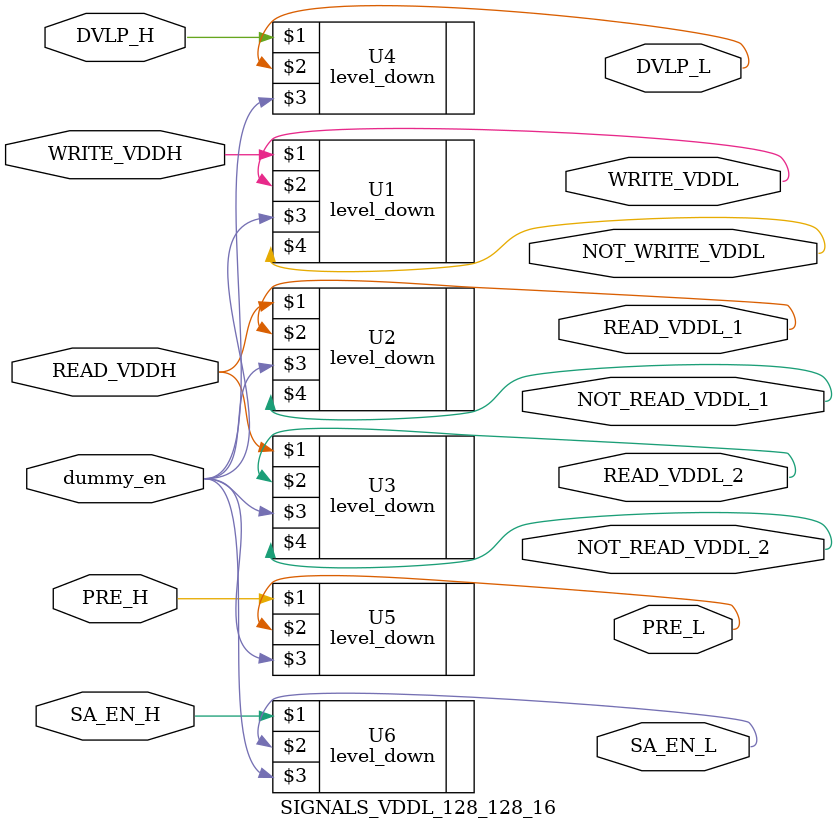
<source format=v>


`include "/ibe/users/da220/Cadence/WORK_TSMC180FORTE/DIGITAL/rtl/level_down/level_down.v"

// NAME MODIFIED //
module SIGNALS_VDDL_128_128_16(
// END MODIFY NAME //
WRITE_VDDH,
READ_VDDH,
DVLP_H,
PRE_H,
SA_EN_H,
dummy_en,
WRITE_VDDL,
NOT_WRITE_VDDL,
READ_VDDL_1,
NOT_READ_VDDL_1,
READ_VDDL_2,
NOT_READ_VDDL_2,
DVLP_L,
PRE_L,
SA_EN_L,
);

// Inputs
input	WRITE_VDDH;
input	READ_VDDH;
input	DVLP_H;
input	PRE_H;
input	SA_EN_H;
input	dummy_en;

// Outputs
output	WRITE_VDDL;
output	NOT_WRITE_VDDL;
output	READ_VDDL_1;
output	NOT_READ_VDDL_1;
output	READ_VDDL_2;
output	NOT_READ_VDDL_2;
output 	DVLP_L;
output	PRE_L;
output	SA_EN_L;

// Wires
wire	WRITE_VDDH;
wire	READ_VDDH;
wire	DVLP_H;
wire	PRE_H;
wire	SA_EN_H;
wire	dummy_en;
wire	WRITE_VDDL;
wire	NOT_WRITE_VDDL;
wire	READ_VDDL_1;
wire	NOT_READ_VDDL_1;
wire	READ_VDDL_2;
wire	NOT_READ_VDDL_2;
wire 	DVLP_L;
wire	PRE_L;
wire	SA_EN_L;


level_down U1(WRITE_VDDH, WRITE_VDDL, dummy_en, NOT_WRITE_VDDL);
level_down U2(READ_VDDH, READ_VDDL_1, dummy_en, NOT_READ_VDDL_1);
level_down U3(READ_VDDH, READ_VDDL_2, dummy_en, NOT_READ_VDDL_2);
level_down U4(DVLP_H, DVLP_L, dummy_en,);
level_down U5(PRE_H, PRE_L, dummy_en,);
level_down U6(SA_EN_H, SA_EN_L, dummy_en,);

endmodule
</source>
